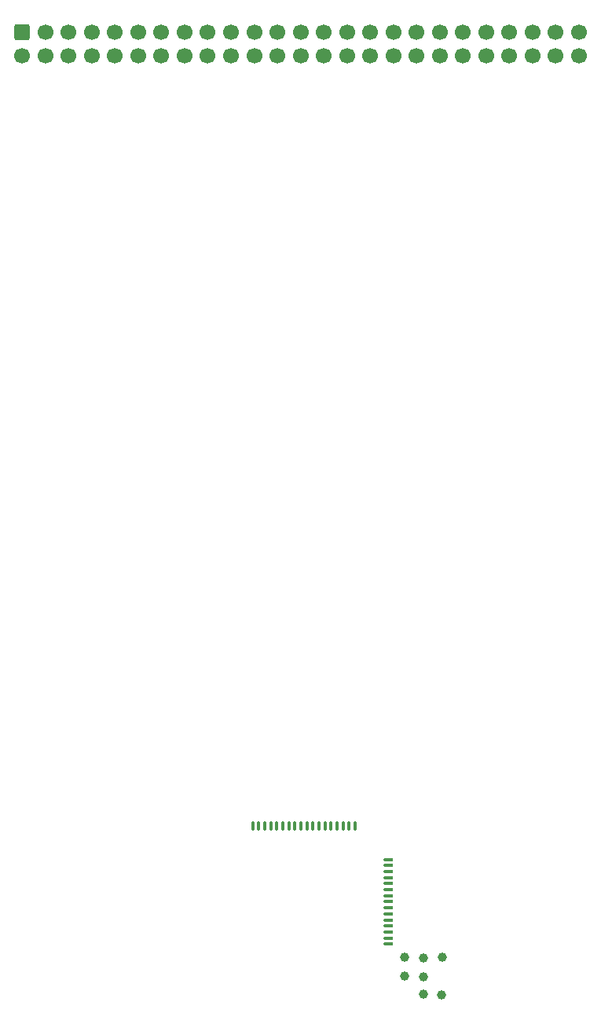
<source format=gbr>
%TF.GenerationSoftware,KiCad,Pcbnew,8.99.0-409-g72d83cd5de*%
%TF.CreationDate,2024-05-03T23:53:59-05:00*%
%TF.ProjectId,RCP-FLEX,5243502d-464c-4455-982e-6b696361645f,rev?*%
%TF.SameCoordinates,Original*%
%TF.FileFunction,Soldermask,Top*%
%TF.FilePolarity,Negative*%
%FSLAX46Y46*%
G04 Gerber Fmt 4.6, Leading zero omitted, Abs format (unit mm)*
G04 Created by KiCad (PCBNEW 8.99.0-409-g72d83cd5de) date 2024-05-03 23:53:59*
%MOMM*%
%LPD*%
G01*
G04 APERTURE LIST*
G04 Aperture macros list*
%AMRoundRect*
0 Rectangle with rounded corners*
0 $1 Rounding radius*
0 $2 $3 $4 $5 $6 $7 $8 $9 X,Y pos of 4 corners*
0 Add a 4 corners polygon primitive as box body*
4,1,4,$2,$3,$4,$5,$6,$7,$8,$9,$2,$3,0*
0 Add four circle primitives for the rounded corners*
1,1,$1+$1,$2,$3*
1,1,$1+$1,$4,$5*
1,1,$1+$1,$6,$7*
1,1,$1+$1,$8,$9*
0 Add four rect primitives between the rounded corners*
20,1,$1+$1,$2,$3,$4,$5,0*
20,1,$1+$1,$4,$5,$6,$7,0*
20,1,$1+$1,$6,$7,$8,$9,0*
20,1,$1+$1,$8,$9,$2,$3,0*%
G04 Aperture macros list end*
%ADD10O,0.400000X0.400000*%
%ADD11O,0.400000X1.000000*%
%ADD12C,1.000000*%
%ADD13O,1.000000X0.400000*%
%ADD14RoundRect,0.250000X-0.600000X0.600000X-0.600000X-0.600000X0.600000X-0.600000X0.600000X0.600000X0*%
%ADD15C,1.700000*%
G04 APERTURE END LIST*
D10*
%TO.C,TP2*%
X143100828Y-126877295D03*
D11*
X143100828Y-127177295D03*
%TD*%
D12*
%TO.C,TP38*%
X160811463Y-145327295D03*
%TD*%
D10*
%TO.C,TP9*%
X147650828Y-126877295D03*
D11*
X147650828Y-127177295D03*
%TD*%
D10*
%TO.C,TP31*%
X157375828Y-138587295D03*
D13*
X157075828Y-138587295D03*
%TD*%
D10*
%TO.C,TP5*%
X145050828Y-126877295D03*
D11*
X145050828Y-127177295D03*
%TD*%
D10*
%TO.C,TP24*%
X157375828Y-134037295D03*
D13*
X157075828Y-134037295D03*
%TD*%
D10*
%TO.C,TP1*%
X142450828Y-126877295D03*
D11*
X142450828Y-127177295D03*
%TD*%
D10*
%TO.C,TP6*%
X145700828Y-126877295D03*
D11*
X145700828Y-127177295D03*
%TD*%
D10*
%TO.C,TP23*%
X157375828Y-133387295D03*
D13*
X157075828Y-133387295D03*
%TD*%
D10*
%TO.C,TP14*%
X150900828Y-126877295D03*
D11*
X150900828Y-127177295D03*
%TD*%
D10*
%TO.C,TP11*%
X148950828Y-126877295D03*
D11*
X148950828Y-127177295D03*
%TD*%
D10*
%TO.C,TP18*%
X153500828Y-126877295D03*
D11*
X153500828Y-127177295D03*
%TD*%
D12*
%TO.C,TP37*%
X160811463Y-143427295D03*
%TD*%
D10*
%TO.C,TP17*%
X152850828Y-126877295D03*
D11*
X152850828Y-127177295D03*
%TD*%
D10*
%TO.C,TP4*%
X144400828Y-126877295D03*
D11*
X144400828Y-127177295D03*
%TD*%
D10*
%TO.C,TP10*%
X148300828Y-126877295D03*
D11*
X148300828Y-127177295D03*
%TD*%
D12*
%TO.C,TP34*%
X158811463Y-143362295D03*
%TD*%
%TO.C,TP35*%
X160836463Y-141350495D03*
%TD*%
%TO.C,TP40*%
X162785828Y-145377295D03*
%TD*%
D10*
%TO.C,TP29*%
X157375828Y-137287295D03*
D13*
X157075828Y-137287295D03*
%TD*%
D10*
%TO.C,TP27*%
X157375828Y-135987295D03*
D13*
X157075828Y-135987295D03*
%TD*%
D10*
%TO.C,TP15*%
X151550828Y-126877295D03*
D11*
X151550828Y-127177295D03*
%TD*%
D10*
%TO.C,TP12*%
X149600828Y-126877295D03*
D11*
X149600828Y-127177295D03*
%TD*%
D10*
%TO.C,TP7*%
X146350828Y-126877295D03*
D11*
X146350828Y-127177295D03*
%TD*%
D10*
%TO.C,TP8*%
X147000828Y-126877295D03*
D11*
X147000828Y-127177295D03*
%TD*%
D10*
%TO.C,TP16*%
X152200828Y-126877295D03*
D11*
X152200828Y-127177295D03*
%TD*%
D10*
%TO.C,TP20*%
X157375828Y-131437295D03*
D13*
X157075828Y-131437295D03*
%TD*%
D10*
%TO.C,TP25*%
X157375828Y-134687295D03*
D13*
X157075828Y-134687295D03*
%TD*%
D10*
%TO.C,TP21*%
X157375828Y-132087295D03*
D13*
X157075828Y-132087295D03*
%TD*%
D10*
%TO.C,TP22*%
X157375828Y-132737295D03*
D13*
X157075828Y-132737295D03*
%TD*%
D12*
%TO.C,TP39*%
X162911463Y-141327295D03*
%TD*%
D10*
%TO.C,TP3*%
X143750828Y-126877295D03*
D11*
X143750828Y-127177295D03*
%TD*%
D10*
%TO.C,TP30*%
X157375828Y-137937295D03*
D13*
X157075828Y-137937295D03*
%TD*%
D10*
%TO.C,TP19*%
X157375828Y-130787295D03*
D13*
X157075828Y-130787295D03*
%TD*%
D10*
%TO.C,TP33*%
X157375828Y-139887295D03*
D13*
X157075828Y-139887295D03*
%TD*%
D12*
%TO.C,TP36*%
X158811463Y-141330295D03*
%TD*%
D10*
%TO.C,TP28*%
X157375828Y-136637295D03*
D13*
X157075828Y-136637295D03*
%TD*%
D10*
%TO.C,TP26*%
X157375828Y-135337295D03*
D13*
X157075828Y-135337295D03*
%TD*%
D10*
%TO.C,TP32*%
X157375828Y-139237295D03*
D13*
X157075828Y-139237295D03*
%TD*%
D10*
%TO.C,TP13*%
X150250828Y-126877295D03*
D11*
X150250828Y-127177295D03*
%TD*%
D14*
%TO.C,J1*%
X117611463Y-41677295D03*
D15*
X117611463Y-44217295D03*
X120111463Y-41677295D03*
X120111463Y-44217295D03*
X122611463Y-41677295D03*
X122611463Y-44217295D03*
X125111463Y-41677295D03*
X125111463Y-44217295D03*
X127611463Y-41677295D03*
X127611463Y-44217295D03*
X130111463Y-41677295D03*
X130111463Y-44217295D03*
X132611463Y-41677295D03*
X132611463Y-44217295D03*
X135111463Y-41677295D03*
X135111463Y-44217295D03*
X137611463Y-41677295D03*
X137611463Y-44217295D03*
X140111463Y-41677295D03*
X140111463Y-44217295D03*
X142611463Y-41677295D03*
X142611463Y-44217295D03*
X145111463Y-41677295D03*
X145111463Y-44217295D03*
X147611463Y-41677295D03*
X147611463Y-44217295D03*
X150111463Y-41677295D03*
X150111463Y-44217295D03*
X152611463Y-41677295D03*
X152611463Y-44217295D03*
X155111463Y-41677295D03*
X155111463Y-44217295D03*
X157611463Y-41677295D03*
X157611463Y-44217295D03*
X160111463Y-41677295D03*
X160111463Y-44217295D03*
X162611463Y-41677295D03*
X162611463Y-44217295D03*
X165111463Y-41677295D03*
X165111463Y-44217295D03*
X167611463Y-41677295D03*
X167611463Y-44217295D03*
X170111463Y-41677295D03*
X170111463Y-44217295D03*
X172611463Y-41677295D03*
X172611463Y-44217295D03*
X175111463Y-41677295D03*
X175111463Y-44217295D03*
X177611463Y-41677295D03*
X177611463Y-44217295D03*
%TD*%
M02*

</source>
